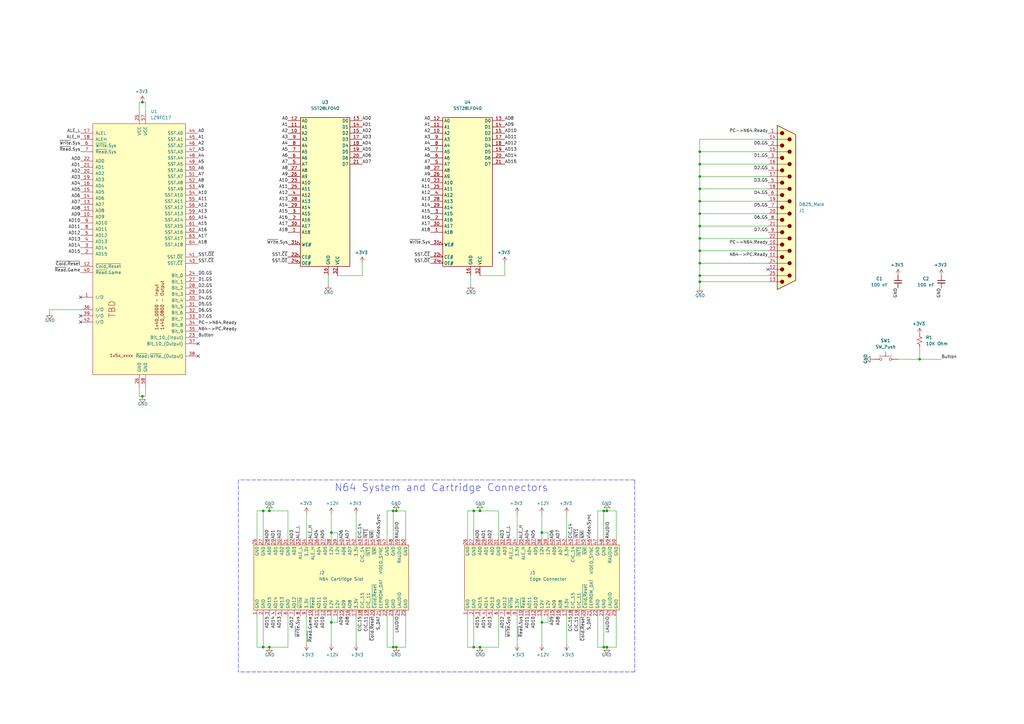
<source format=kicad_sch>
(kicad_sch (version 20250114) (generator "eeschema") (generator_version "9.0")
  (paper "A3")
  (lib_symbols
    (symbol "!Sharkwire:LZ9FC17" (pin_names (offset 1.016))
      (property "Reference" "U12" (at 3.4133 54.61 0))
      (property "Value" "LZ9FC17" (at 3.4133 52.07 0))
      (symbol "LZ9FC17_0_1"
        (rectangle (start -20.32 49.53) (end 17.78 -53.34) (fill (type background)))
      )
      (symbol "LZ9FC17_1_1"
        (text "TBD" (at -12.446 -26.416 900) (effects (font (size 2.54 2.54))))
        (text "1x5x_xxxx" (at -8.636 -45.466 0) (effects (font (size 1.27 1.27))))
        (text "1x40_0000 - Input" (at 5.842 -25.654 900) (effects (font (size 1.27 1.27))))
        (text "1x40_0800 - Output" (at 8.128 -24.892 900) (effects (font (size 1.27 1.27))))
        (pin input line (at -25.4 45.72 0) (length 5.08) (name "ALEL") (number "17"))
        (pin input line (at -25.4 43.18 0) (length 5.08) (name "ALEH") (number "18"))
        (pin input line (at -25.4 40.64 0) (length 5.08) (name "~{Write}.Sys") (number "6"))
        (pin input line (at -25.4 38.1 0) (length 5.08) (name "~{Read}.Sys") (number "7"))
        (pin bidirectional line (at -25.4 34.29 0) (length 5.08) (name "AD0") (number "22"))
        (pin bidirectional line (at -25.4 31.75 0) (length 5.08) (name "AD1") (number "21"))
        (pin bidirectional line (at -25.4 29.21 0) (length 5.08) (name "AD2") (number "20"))
        (pin bidirectional line (at -25.4 26.67 0) (length 5.08) (name "AD3") (number "19"))
        (pin bidirectional line (at -25.4 24.13 0) (length 5.08) (name "AD4") (number "16"))
        (pin bidirectional line (at -25.4 21.59 0) (length 5.08) (name "AD5") (number "15"))
        (pin bidirectional line (at -25.4 19.05 0) (length 5.08) (name "AD6") (number "14"))
        (pin bidirectional line (at -25.4 16.51 0) (length 5.08) (name "AD7") (number "13"))
        (pin bidirectional line (at -25.4 13.97 0) (length 5.08) (name "AD8") (number "11"))
        (pin bidirectional line (at -25.4 11.43 0) (length 5.08) (name "AD9") (number "10"))
        (pin bidirectional line (at -25.4 8.89 0) (length 5.08) (name "AD10") (number "9"))
        (pin bidirectional line (at -25.4 6.35 0) (length 5.08) (name "AD11") (number "8"))
        (pin bidirectional line (at -25.4 3.81 0) (length 5.08) (name "AD12") (number "5"))
        (pin bidirectional line (at -25.4 1.27 0) (length 5.08) (name "AD13") (number "4"))
        (pin bidirectional line (at -25.4 -1.27 0) (length 5.08) (name "AD14") (number "3"))
        (pin bidirectional line (at -25.4 -3.81 0) (length 5.08) (name "AD15") (number "2"))
        (pin input line (at -25.4 -8.89 0) (length 5.08) (name "~{Cold_Reset}") (number "12"))
        (pin output line (at -25.4 -11.43 0) (length 5.08) (name "~{Read}.Game") (number "40"))
        (pin tri_state line (at -25.4 -21.59 0) (length 5.08) (name "I/O") (number "1"))
        (pin tri_state line (at -25.4 -26.67 0) (length 5.08) (name "I/O") (number "36"))
        (pin tri_state line (at -25.4 -29.21 0) (length 5.08) (name "I/O") (number "39"))
        (pin tri_state line (at -25.4 -31.75 0) (length 5.08) (name "I/O") (number "42"))
        (pin power_in line (at -1.27 54.61 270) (length 5.08) (name "VCC") (number "25"))
        (pin power_in line (at -1.27 -58.42 90) (length 5.08) (name "GND") (number "26"))
        (pin power_in line (at 1.27 54.61 270) (length 5.08) (name "VCC") (number "57"))
        (pin tri_state line (at 1.27 -58.42 90) (length 5.08) (name "GND") (number "58"))
        (pin output line (at 22.86 45.72 180) (length 5.08) (name "SST.A0") (number "44"))
        (pin output line (at 22.86 43.18 180) (length 5.08) (name "SST.A1") (number "45"))
        (pin output line (at 22.86 40.64 180) (length 5.08) (name "SST.A2") (number "46"))
        (pin output line (at 22.86 38.1 180) (length 5.08) (name "SST.A3") (number "47"))
        (pin output line (at 22.86 35.56 180) (length 5.08) (name "SST.A4") (number "48"))
        (pin output line (at 22.86 33.02 180) (length 5.08) (name "SST.A5") (number "49"))
        (pin output line (at 22.86 30.48 180) (length 5.08) (name "SST.A6") (number "50"))
        (pin output line (at 22.86 27.94 180) (length 5.08) (name "SST.A7") (number "51"))
        (pin output line (at 22.86 25.4 180) (length 5.08) (name "SST.A8") (number "52"))
        (pin output line (at 22.86 22.86 180) (length 5.08) (name "SST.A9") (number "53"))
        (pin output line (at 22.86 20.32 180) (length 5.08) (name "SST.A10") (number "54"))
        (pin output line (at 22.86 17.78 180) (length 5.08) (name "SST.A11") (number "55"))
        (pin output line (at 22.86 15.24 180) (length 5.08) (name "SST.A12") (number "56"))
        (pin output line (at 22.86 12.7 180) (length 5.08) (name "SST.A13") (number "59"))
        (pin output line (at 22.86 10.16 180) (length 5.08) (name "SST.A14") (number "60"))
        (pin output line (at 22.86 7.62 180) (length 5.08) (name "SST.A15") (number "61"))
        (pin output line (at 22.86 5.08 180) (length 5.08) (name "SST.A16") (number "62"))
        (pin output line (at 22.86 2.54 180) (length 5.08) (name "SST.A17") (number "63"))
        (pin output line (at 22.86 0 180) (length 5.08) (name "SST.A18") (number "64"))
        (pin output line (at 22.86 -5.08 180) (length 5.08) (name "SST.~{OE}") (number "41"))
        (pin output line (at 22.86 -7.62 180) (length 5.08) (name "SST.~{CE}") (number "43"))
        (pin bidirectional line (at 22.86 -12.7 180) (length 5.08) (name "Bit_0") (number "24"))
        (pin bidirectional line (at 22.86 -15.24 180) (length 5.08) (name "Bit_1") (number "27"))
        (pin bidirectional line (at 22.86 -17.78 180) (length 5.08) (name "Bit_2") (number "28"))
        (pin bidirectional line (at 22.86 -20.32 180) (length 5.08) (name "Bit_3") (number "29"))
        (pin bidirectional line (at 22.86 -22.86 180) (length 5.08) (name "Bit_4") (number "30"))
        (pin bidirectional line (at 22.86 -25.4 180) (length 5.08) (name "Bit_5") (number "31"))
        (pin bidirectional line (at 22.86 -27.94 180) (length 5.08) (name "Bit_6") (number "32"))
        (pin bidirectional line (at 22.86 -30.48 180) (length 5.08) (name "Bit_7") (number "33"))
        (pin bidirectional line (at 22.86 -33.02 180) (length 5.08) (name "Bit_8") (number "34"))
        (pin bidirectional line (at 22.86 -35.56 180) (length 5.08) (name "Bit_9") (number "35"))
        (pin input line (at 22.86 -38.1 180) (length 5.08) (name "Bit_10_(Input)") (number "23"))
        (pin output line (at 22.86 -40.64 180) (length 5.08) (name "Bit_10_(Output)") (number "37"))
        (pin output line (at 22.86 -45.72 180) (length 5.08) (name "~{Read}|~{Write}_(Output)") (number "38"))
      )
    )
    (symbol "Connector:DB25_Male" (pin_names (offset 1.016) (hide yes))
      (property "Reference" "J" (at 0 34.29 0))
      (property "Value" "DB25_Male" (at 0 -34.925 0))
      (symbol "DB25_Male_0_1"
        (polyline (pts (xy -3.81 30.48) (xy -2.54 30.48)))
        (polyline (pts (xy -3.81 27.94) (xy 0.508 27.94)))
        (polyline (pts (xy -3.81 25.4) (xy -2.54 25.4)))
        (polyline (pts (xy -3.81 22.86) (xy 0.508 22.86)))
        (polyline (pts (xy -3.81 20.32) (xy -2.54 20.32)))
        (polyline (pts (xy -3.81 17.78) (xy 0.508 17.78)))
        (polyline (pts (xy -3.81 15.24) (xy -2.54 15.24)))
        (polyline (pts (xy -3.81 12.7) (xy 0.508 12.7)))
        (polyline (pts (xy -3.81 10.16) (xy -2.54 10.16)))
        (polyline (pts (xy -3.81 7.62) (xy 0.508 7.62)))
        (polyline (pts (xy -3.81 5.08) (xy -2.54 5.08)))
        (polyline (pts (xy -3.81 2.54) (xy 0.508 2.54)))
        (polyline (pts (xy -3.81 0) (xy -2.54 0)))
        (polyline (pts (xy -3.81 -2.54) (xy 0.508 -2.54)))
        (polyline (pts (xy -3.81 -5.08) (xy -2.54 -5.08)))
        (polyline (pts (xy -3.81 -7.62) (xy 0.508 -7.62)))
        (polyline (pts (xy -3.81 -10.16) (xy -2.54 -10.16)))
        (polyline (pts (xy -3.81 -12.7) (xy 0.508 -12.7)))
        (polyline (pts (xy -3.81 -15.24) (xy -2.54 -15.24)))
        (polyline (pts (xy -3.81 -17.78) (xy 0.508 -17.78)))
        (polyline (pts (xy -3.81 -20.32) (xy -2.54 -20.32)))
        (polyline (pts (xy -3.81 -22.86) (xy 0.508 -22.86)))
        (polyline (pts (xy -3.81 -25.4) (xy -2.54 -25.4)))
        (polyline (pts (xy -3.81 -27.94) (xy 0.508 -27.94)))
        (polyline (pts (xy -3.81 -30.48) (xy -2.54 -30.48)))
        (polyline (pts (xy -3.81 -33.655) (xy 3.81 -29.845) (xy 3.81 29.845) (xy -3.81 33.655) (xy -3.81 -33.655)) (stroke (width 0.254)) (fill (type background)))
        (circle (center -1.778 30.48) (radius 0.762) (fill (type outline)))
        (circle (center -1.778 25.4) (radius 0.762) (fill (type outline)))
        (circle (center -1.778 20.32) (radius 0.762) (fill (type outline)))
        (circle (center -1.778 15.24) (radius 0.762) (fill (type outline)))
        (circle (center -1.778 10.16) (radius 0.762) (fill (type outline)))
        (circle (center -1.778 5.08) (radius 0.762) (fill (type outline)))
        (circle (center -1.778 0) (radius 0.762) (fill (type outline)))
        (circle (center -1.778 -5.08) (radius 0.762) (fill (type outline)))
        (circle (center -1.778 -10.16) (radius 0.762) (fill (type outline)))
        (circle (center -1.778 -15.24) (radius 0.762) (fill (type outline)))
        (circle (center -1.778 -20.32) (radius 0.762) (fill (type outline)))
        (circle (center -1.778 -25.4) (radius 0.762) (fill (type outline)))
        (circle (center -1.778 -30.48) (radius 0.762) (fill (type outline)))
        (circle (center 1.27 27.94) (radius 0.762) (fill (type outline)))
        (circle (center 1.27 22.86) (radius 0.762) (fill (type outline)))
        (circle (center 1.27 17.78) (radius 0.762) (fill (type outline)))
        (circle (center 1.27 12.7) (radius 0.762) (fill (type outline)))
        (circle (center 1.27 7.62) (radius 0.762) (fill (type outline)))
        (circle (center 1.27 2.54) (radius 0.762) (fill (type outline)))
        (circle (center 1.27 -2.54) (radius 0.762) (fill (type outline)))
        (circle (center 1.27 -7.62) (radius 0.762) (fill (type outline)))
        (circle (center 1.27 -12.7) (radius 0.762) (fill (type outline)))
        (circle (center 1.27 -17.78) (radius 0.762) (fill (type outline)))
        (circle (center 1.27 -22.86) (radius 0.762) (fill (type outline)))
        (circle (center 1.27 -27.94) (radius 0.762) (fill (type outline)))
      )
      (symbol "DB25_Male_1_1"
        (pin passive line (at -7.62 30.48 0) (length 3.81) (name "13") (number "13"))
        (pin passive line (at -7.62 27.94 0) (length 3.81) (name "P25") (number "25"))
        (pin passive line (at -7.62 25.4 0) (length 3.81) (name "12") (number "12"))
        (pin passive line (at -7.62 22.86 0) (length 3.81) (name "P24") (number "24"))
        (pin passive line (at -7.62 20.32 0) (length 3.81) (name "11") (number "11"))
        (pin passive line (at -7.62 17.78 0) (length 3.81) (name "P23") (number "23"))
        (pin passive line (at -7.62 15.24 0) (length 3.81) (name "10") (number "10"))
        (pin passive line (at -7.62 12.7 0) (length 3.81) (name "P22") (number "22"))
        (pin passive line (at -7.62 10.16 0) (length 3.81) (name "9") (number "9"))
        (pin passive line (at -7.62 7.62 0) (length 3.81) (name "P21") (number "21"))
        (pin passive line (at -7.62 5.08 0) (length 3.81) (name "8") (number "8"))
        (pin passive line (at -7.62 2.54 0) (length 3.81) (name "P20") (number "20"))
        (pin passive line (at -7.62 0 0) (length 3.81) (name "7") (number "7"))
        (pin passive line (at -7.62 -2.54 0) (length 3.81) (name "P19") (number "19"))
        (pin passive line (at -7.62 -5.08 0) (length 3.81) (name "6") (number "6"))
        (pin passive line (at -7.62 -7.62 0) (length 3.81) (name "P18") (number "18"))
        (pin passive line (at -7.62 -10.16 0) (length 3.81) (name "5") (number "5"))
        (pin passive line (at -7.62 -12.7 0) (length 3.81) (name "P17") (number "17"))
        (pin passive line (at -7.62 -15.24 0) (length 3.81) (name "4") (number "4"))
        (pin passive line (at -7.62 -17.78 0) (length 3.81) (name "P16") (number "16"))
        (pin passive line (at -7.62 -20.32 0) (length 3.81) (name "3") (number "3"))
        (pin passive line (at -7.62 -22.86 0) (length 3.81) (name "P15") (number "15"))
        (pin passive line (at -7.62 -25.4 0) (length 3.81) (name "2") (number "2"))
        (pin passive line (at -7.62 -27.94 0) (length 3.81) (name "P14") (number "14"))
        (pin passive line (at -7.62 -30.48 0) (length 3.81) (name "1") (number "1"))
      )
    )
    (symbol "Custom_Flash:SST28LF040"
      (property "Reference" "U4" (at 0 38.1 0))
      (property "Value" "SST28LF040" (at 0 35.56 0))
      (symbol "SST28LF040_0_1"
        (rectangle (start -10.16 31.75) (end 10.16 -29.21) (stroke (width 0.254)) (fill (type background)))
      )
      (symbol "SST28LF040_1_1"
        (pin input line (at -15.24 30.48 0) (length 5.08) (name "A0") (number "12"))
        (pin input line (at -15.24 27.94 0) (length 5.08) (name "A1") (number "11"))
        (pin input line (at -15.24 25.4 0) (length 5.08) (name "A2") (number "10"))
        (pin input line (at -15.24 22.86 0) (length 5.08) (name "A3") (number "9"))
        (pin input line (at -15.24 20.32 0) (length 5.08) (name "A4") (number "8"))
        (pin input line (at -15.24 17.78 0) (length 5.08) (name "A5") (number "7"))
        (pin input line (at -15.24 15.24 0) (length 5.08) (name "A6") (number "6"))
        (pin input line (at -15.24 12.7 0) (length 5.08) (name "A7") (number "5"))
        (pin input line (at -15.24 10.16 0) (length 5.08) (name "A8") (number "27"))
        (pin input line (at -15.24 7.62 0) (length 5.08) (name "A9") (number "26"))
        (pin input line (at -15.24 5.08 0) (length 5.08) (name "A10") (number "23"))
        (pin input line (at -15.24 2.54 0) (length 5.08) (name "A11") (number "25"))
        (pin input line (at -15.24 0 0) (length 5.08) (name "A12") (number "4"))
        (pin input line (at -15.24 -2.54 0) (length 5.08) (name "A13") (number "28"))
        (pin input line (at -15.24 -5.08 0) (length 5.08) (name "A14") (number "29"))
        (pin input line (at -15.24 -7.62 0) (length 5.08) (name "A15") (number "3"))
        (pin input line (at -15.24 -10.16 0) (length 5.08) (name "A16") (number "2"))
        (pin input line (at -15.24 -12.7 0) (length 5.08) (name "A17") (number "30"))
        (pin input line (at -15.24 -15.24 0) (length 5.08) (name "A18") (number "1"))
        (pin input input_low (at -15.24 -20.32 0) (length 5.08) (name "WE#") (number "31"))
        (pin input input_low (at -15.24 -25.4 0) (length 5.08) (name "CE#") (number "22"))
        (pin input input_low (at -15.24 -27.94 0) (length 5.08) (name "OE#") (number "24"))
        (pin power_in line (at 1.27 -33.02 90) (length 3.81) (name "GND") (number "16"))
        (pin power_in line (at 5.08 -33.02 90) (length 3.81) (name "VCC") (number "32"))
        (pin tri_state line (at 15.24 30.48 180) (length 5.08) (name "D0") (number "13"))
        (pin tri_state line (at 15.24 27.94 180) (length 5.08) (name "D1") (number "14"))
        (pin tri_state line (at 15.24 25.4 180) (length 5.08) (name "D2") (number "15"))
        (pin tri_state line (at 15.24 22.86 180) (length 5.08) (name "D3") (number "17"))
        (pin tri_state line (at 15.24 20.32 180) (length 5.08) (name "D4") (number "18"))
        (pin tri_state line (at 15.24 17.78 180) (length 5.08) (name "D5") (number "19"))
        (pin tri_state line (at 15.24 15.24 180) (length 5.08) (name "D6") (number "20"))
        (pin tri_state line (at 15.24 12.7 180) (length 5.08) (name "D7") (number "21"))
      )
    )
    (symbol "Device:C_Small" (pin_numbers (hide yes)) (pin_names (offset 0.254) (hide yes))
      (property "Reference" "C" (at 0.254 1.778 0))
      (property "Value" "C_Small" (at 0.254 -2.032 0))
      (symbol "C_Small_0_1"
        (polyline (pts (xy -1.524 0.508) (xy 1.524 0.508)) (stroke (width 0.3048)))
        (polyline (pts (xy -1.524 -0.508) (xy 1.524 -0.508)) (stroke (width 0.3302)))
      )
      (symbol "C_Small_1_1"
        (pin passive line (at 0 2.54 270) (length 2.032) (name "~") (number "1"))
        (pin passive line (at 0 -2.54 90) (length 2.032) (name "~") (number "2"))
      )
    )
    (symbol "Device:R_Small_US" (pin_numbers (hide yes)) (pin_names (offset 0.254) (hide yes))
      (property "Reference" "R" (at 0.762 0.508 0))
      (property "Value" "R_Small_US" (at 0.762 -1.016 0))
      (symbol "R_Small_US_1_1"
        (polyline (pts (xy 0 1.524) (xy 1.016 1.143) (xy 0 0.762) (xy -1.016 0.381) (xy 0 0)))
        (polyline (pts (xy 0 0) (xy 1.016 -0.381) (xy 0 -0.762) (xy -1.016 -1.143) (xy 0 -1.524)))
        (pin passive line (at 0 2.54 270) (length 1.016) (name "~") (number "1"))
        (pin passive line (at 0 -2.54 90) (length 1.016) (name "~") (number "2"))
      )
    )
    (symbol "Edge_Connector_1"
      (property "Reference" "J2" (at -6.35 2.54 0))
      (property "Value" "N64 Cartridge Slot" (at -6.35 0 0))
      (symbol "Edge_Connector_1_1_1"
        (rectangle (start -33.02 13.97) (end 30.48 -12.7) (fill (type background)))
        (pin power_out line (at -31.75 16.51 270) (length 2.54) (name "GND") (number "26"))
        (pin power_out line (at -31.75 -15.24 90) (length 2.54) (name "GND") (number "1"))
        (pin power_out line (at -29.21 16.51 270) (length 2.54) (name "GND") (number "27"))
        (pin power_out line (at -29.21 -15.24 90) (length 2.54) (name "GND") (number "2"))
        (pin bidirectional line (at -26.67 16.51 270) (length 2.54) (name "AD0") (number "28"))
        (pin bidirectional line (at -26.67 -15.24 90) (length 2.54) (name "AD15") (number "3"))
        (pin bidirectional line (at -24.13 16.51 270) (length 2.54) (name "AD1") (number "29"))
        (pin bidirectional line (at -24.13 -15.24 90) (length 2.54) (name "AD14") (number "4"))
        (pin bidirectional line (at -21.59 16.51 270) (length 2.54) (name "AD2") (number "30"))
        (pin bidirectional line (at -21.59 -15.24 90) (length 2.54) (name "AD13") (number "5"))
        (pin power_out line (at -19.05 16.51 270) (length 2.54) (name "GND") (number "31"))
        (pin power_out line (at -19.05 -15.24 90) (length 2.54) (name "GND") (number "6"))
        (pin bidirectional line (at -16.51 16.51 270) (length 2.54) (name "AD3") (number "32"))
        (pin bidirectional line (at -16.51 -15.24 90) (length 2.54) (name "AD12") (number "7"))
        (pin output line (at -13.97 16.51 270) (length 2.54) (name "ALE_L") (number "33"))
        (pin output line (at -13.97 -15.24 90) (length 2.54) (name "~{Write}") (number "8"))
        (pin power_out line (at -11.43 16.51 270) (length 2.54) (name "3.3V") (number "34"))
        (pin power_out line (at -11.43 -15.24 90) (length 2.54) (name "3.3V") (number "9"))
        (pin output line (at -8.89 16.51 270) (length 2.54) (name "ALE_H") (number "35"))
        (pin output line (at -8.89 -15.24 90) (length 2.54) (name "~{Read}") (number "10"))
        (pin bidirectional line (at -6.35 16.51 270) (length 2.54) (name "AD4") (number "36"))
        (pin bidirectional line (at -6.35 -15.24 90) (length 2.54) (name "AD11") (number "11"))
        (pin bidirectional line (at -3.81 16.51 270) (length 2.54) (name "AD5") (number "37"))
        (pin bidirectional line (at -3.81 -15.24 90) (length 2.54) (name "AD10") (number "12"))
        (pin power_out line (at -1.27 16.51 270) (length 2.54) (name "12V") (number "38"))
        (pin power_out line (at -1.27 -15.24 90) (length 2.54) (name "12V") (number "13"))
        (pin power_out line (at 1.27 16.51 270) (length 2.54) (name "12V") (number "39"))
        (pin power_out line (at 1.27 -15.24 90) (length 2.54) (name "12V") (number "14"))
        (pin bidirectional line (at 3.81 16.51 270) (length 2.54) (name "AD6") (number "40"))
        (pin bidirectional line (at 3.81 -15.24 90) (length 2.54) (name "AD9") (number "15"))
        (pin bidirectional line (at 6.35 16.51 270) (length 2.54) (name "AD7") (number "41"))
        (pin bidirectional line (at 6.35 -15.24 90) (length 2.54) (name "AD8") (number "16"))
        (pin bidirectional line (at 8.89 16.51 270) (length 2.54) (name "3.3V") (number "42"))
        (pin power_out line (at 8.89 -15.24 90) (length 2.54) (name "3.3V") (number "17"))
        (pin bidirectional line (at 11.43 16.51 270) (length 2.54) (name "CIC_14") (number "43"))
        (pin bidirectional line (at 11.43 -15.24 90) (length 2.54) (name "CIC_15") (number "18"))
        (pin bidirectional line (at 13.97 16.51 270) (length 2.54) (name "~{INT1}") (number "44"))
        (pin bidirectional line (at 13.97 -15.24 90) (length 2.54) (name "CIC_11") (number "19"))
        (pin bidirectional line (at 16.51 16.51 270) (length 2.54) (name "~{NMI}") (number "45"))
        (pin bidirectional line (at 16.51 -15.24 90) (length 2.54) (name "~{Cold.Reset}") (number "20"))
        (pin bidirectional line (at 19.05 16.51 270) (length 2.54) (name "VIDEO_SYNC") (number "46"))
        (pin bidirectional line (at 19.05 -15.24 90) (length 2.54) (name "EEPROM_DAT") (number "21"))
        (pin power_out line (at 21.59 16.51 270) (length 2.54) (name "GND") (number "47"))
        (pin power_out line (at 21.59 -15.24 90) (length 2.54) (name "GND") (number "22"))
        (pin power_out line (at 24.13 16.51 270) (length 2.54) (name "GND") (number "48"))
        (pin power_out line (at 24.13 -15.24 90) (length 2.54) (name "GND") (number "23"))
        (pin bidirectional line (at 26.67 16.51 270) (length 2.54) (name "RAUDIO") (number "49"))
        (pin bidirectional line (at 26.67 -15.24 90) (length 2.54) (name "LAUDIO") (number "24"))
        (pin power_out line (at 29.21 16.51 270) (length 2.54) (name "GND") (number "50"))
        (pin power_out line (at 29.21 -15.24 90) (length 2.54) (name "GND") (number "25"))
      )
    )
    (symbol "SST28LF040_1"
      (property "Reference" "U3" (at 0 38.1 0))
      (property "Value" "SST28LF040" (at 0 35.56 0))
      (symbol "SST28LF040_1_0_1"
        (rectangle (start -10.16 31.75) (end 10.16 -29.21) (stroke (width 0.254)) (fill (type background)))
      )
      (symbol "SST28LF040_1_1_1"
        (pin input line (at -15.24 30.48 0) (length 5.08) (name "A0") (number "12"))
        (pin input line (at -15.24 27.94 0) (length 5.08) (name "A1") (number "11"))
        (pin input line (at -15.24 25.4 0) (length 5.08) (name "A2") (number "10"))
        (pin input line (at -15.24 22.86 0) (length 5.08) (name "A3") (number "9"))
        (pin input line (at -15.24 20.32 0) (length 5.08) (name "A4") (number "8"))
        (pin input line (at -15.24 17.78 0) (length 5.08) (name "A5") (number "7"))
        (pin input line (at -15.24 15.24 0) (length 5.08) (name "A6") (number "6"))
        (pin input line (at -15.24 12.7 0) (length 5.08) (name "A7") (number "5"))
        (pin input line (at -15.24 10.16 0) (length 5.08) (name "A8") (number "27"))
        (pin input line (at -15.24 7.62 0) (length 5.08) (name "A9") (number "26"))
        (pin input line (at -15.24 5.08 0) (length 5.08) (name "A10") (number "23"))
        (pin input line (at -15.24 2.54 0) (length 5.08) (name "A11") (number "25"))
        (pin input line (at -15.24 0 0) (length 5.08) (name "A12") (number "4"))
        (pin input line (at -15.24 -2.54 0) (length 5.08) (name "A13") (number "28"))
        (pin input line (at -15.24 -5.08 0) (length 5.08) (name "A14") (number "29"))
        (pin input line (at -15.24 -7.62 0) (length 5.08) (name "A15") (number "3"))
        (pin input line (at -15.24 -10.16 0) (length 5.08) (name "A16") (number "2"))
        (pin input line (at -15.24 -12.7 0) (length 5.08) (name "A17") (number "30"))
        (pin input line (at -15.24 -15.24 0) (length 5.08) (name "A18") (number "1"))
        (pin input input_low (at -15.24 -20.32 0) (length 5.08) (name "WE#") (number "31"))
        (pin input input_low (at -15.24 -25.4 0) (length 5.08) (name "CE#") (number "22"))
        (pin input input_low (at -15.24 -27.94 0) (length 5.08) (name "OE#") (number "24"))
        (pin power_in line (at 1.27 -33.02 90) (length 3.81) (name "GND") (number "16"))
        (pin power_in line (at 5.08 -33.02 90) (length 3.81) (name "VCC") (number "32"))
        (pin tri_state line (at 15.24 30.48 180) (length 5.08) (name "D0") (number "13"))
        (pin tri_state line (at 15.24 27.94 180) (length 5.08) (name "D1") (number "14"))
        (pin tri_state line (at 15.24 25.4 180) (length 5.08) (name "D2") (number "15"))
        (pin tri_state line (at 15.24 22.86 180) (length 5.08) (name "D3") (number "17"))
        (pin tri_state line (at 15.24 20.32 180) (length 5.08) (name "D4") (number "18"))
        (pin tri_state line (at 15.24 17.78 180) (length 5.08) (name "D5") (number "19"))
        (pin tri_state line (at 15.24 15.24 180) (length 5.08) (name "D6") (number "20"))
        (pin tri_state line (at 15.24 12.7 180) (length 5.08) (name "D7") (number "21"))
      )
    )
    (symbol "Switch:SW_Push" (pin_numbers (hide yes)) (pin_names (offset 1.016) (hide yes))
      (property "Reference" "SW" (at 1.27 2.54 0))
      (property "Value" "SW_Push" (at 0 -1.524 0))
      (symbol "SW_Push_0_1"
        (circle (center -2.032 0) (radius 0.508))
        (polyline (pts (xy 0 1.27) (xy 0 3.048)))
        (circle (center 2.032 0) (radius 0.508))
        (polyline (pts (xy 2.54 1.27) (xy -2.54 1.27)))
        (pin passive line (at -5.08 0 0) (length 2.54) (name "1") (number "1"))
        (pin passive line (at 5.08 0 180) (length 2.54) (name "2") (number "2"))
      )
    )
    (symbol "power:+3V3" (power) (pin_names (offset 0))
      (property "Value" "+3V3" (at 0 3.556 0))
      (symbol "+3V3_0_1"
        (polyline (pts (xy -0.762 1.27) (xy 0 2.54)))
        (polyline (pts (xy 0 2.54) (xy 0.762 1.27)))
        (polyline (pts (xy 0 0) (xy 0 2.54)))
      )
      (symbol "+3V3_1_1"
        (pin power_in line (at 0 0 90) (length 0) (hide yes) (name "+3V3") (number "1"))
      )
    )
    (symbol "power:GND" (power) (pin_names (offset 0))
      (property "Value" "GND" (at 0 -3.81 0))
      (symbol "GND_0_1"
        (polyline (pts (xy 0 0) (xy 0 -1.27) (xy 1.27 -1.27) (xy 0 -2.54) (xy -1.27 -1.27) (xy 0 -1.27)))
      )
      (symbol "GND_1_1"
        (pin power_in line (at 0 0 270) (length 0) (hide yes) (name "GND") (number "1"))
      )
    )
  )
  (text "N64 System and Cartridge Connectors" (at 137.16 201.93 0) (effects (font (size 2.9972 2.9972)) (justify left bottom)))
  (junction (at 194.31 209.55))
  (junction (at 110.49 209.55))
  (junction (at 287.02 62.23))
  (junction (at 58.42 162.56))
  (junction (at 222.25 218.44))
  (junction (at 58.42 41.91))
  (junction (at 135.89 218.44))
  (junction (at 287.02 107.95))
  (junction (at 287.02 113.03))
  (junction (at 135.89 255.27))
  (junction (at 247.65 265.43))
  (junction (at 247.65 209.55))
  (junction (at 287.02 77.47))
  (junction (at 287.02 87.63))
  (junction (at 287.02 115.57))
  (junction (at 196.85 265.43))
  (junction (at 287.02 102.87))
  (junction (at 248.92 265.43))
  (junction (at 287.02 97.79))
  (junction (at 248.92 209.55))
  (junction (at 161.29 209.55))
  (junction (at 162.56 265.43))
  (junction (at 110.49 265.43))
  (junction (at 107.95 209.55))
  (junction (at 287.02 92.71))
  (junction (at 377.19 147.32))
  (junction (at 287.02 72.39))
  (junction (at 107.95 265.43))
  (junction (at 162.56 209.55))
  (junction (at 196.85 209.55))
  (junction (at 287.02 67.31))
  (junction (at 194.31 265.43))
  (junction (at 222.25 255.27))
  (junction (at 287.02 82.55))
  (junction (at 161.29 265.43))
  (no_connect (at 81.28 140.97))
  (no_connect (at 33.02 132.08))
  (no_connect (at 33.02 129.54))
  (no_connect (at 314.96 110.49))
  (no_connect (at 81.28 146.05))
  (no_connect (at 33.02 121.92))
  (wire (pts (xy 110.49 265.43) (xy 118.11 265.43)))
  (wire (pts (xy 314.96 87.63) (xy 287.02 87.63)))
  (wire (pts (xy 161.29 209.55) (xy 162.56 209.55)))
  (wire (pts (xy 212.09 220.98) (xy 212.09 210.82)))
  (wire (pts (xy 287.02 77.47) (xy 314.96 77.47)))
  (wire (pts (xy 134.62 113.03) (xy 134.62 116.84)))
  (wire (pts (xy 287.02 72.39) (xy 287.02 77.47)))
  (wire (pts (xy 377.19 147.32) (xy 368.3 147.32)))
  (wire (pts (xy 287.02 115.57) (xy 314.96 115.57)))
  (wire (pts (xy 135.89 218.44) (xy 135.89 210.82)))
  (wire (pts (xy 287.02 67.31) (xy 314.96 67.31)))
  (wire (pts (xy 314.96 62.23) (xy 287.02 62.23)))
  (wire (pts (xy 158.75 220.98) (xy 158.75 209.55)))
  (wire (pts (xy 105.41 209.55) (xy 105.41 220.98)))
  (wire (pts (xy 148.59 107.95) (xy 148.59 113.03)))
  (wire (pts (xy 287.02 97.79) (xy 287.02 102.87)))
  (wire (pts (xy 252.73 220.98) (xy 252.73 209.55)))
  (wire (pts (xy 247.65 265.43) (xy 248.92 265.43)))
  (wire (pts (xy 232.41 210.82) (xy 232.41 220.98)))
  (polyline (pts (xy 260.35 275.59) (xy 97.79 275.59)) (stroke (width 0) (type dash)))
  (wire (pts (xy 287.02 113.03) (xy 287.02 115.57)))
  (wire (pts (xy 287.02 72.39) (xy 314.96 72.39)))
  (wire (pts (xy 166.37 220.98) (xy 166.37 209.55)))
  (wire (pts (xy 105.41 265.43) (xy 105.41 252.73)))
  (wire (pts (xy 107.95 209.55) (xy 107.95 220.98)))
  (wire (pts (xy 57.15 158.75) (xy 57.15 162.56)))
  (wire (pts (xy 287.02 92.71) (xy 314.96 92.71)))
  (wire (pts (xy 110.49 209.55) (xy 118.11 209.55)))
  (wire (pts (xy 287.02 113.03) (xy 314.96 113.03)))
  (wire (pts (xy 59.69 41.91) (xy 58.42 41.91)))
  (wire (pts (xy 194.31 209.55) (xy 196.85 209.55)))
  (wire (pts (xy 146.05 252.73) (xy 146.05 264.16)))
  (wire (pts (xy 222.25 218.44) (xy 222.25 210.82)))
  (wire (pts (xy 193.04 113.03) (xy 193.04 116.84)))
  (wire (pts (xy 20.32 128.27) (xy 20.32 127)))
  (wire (pts (xy 191.77 265.43) (xy 194.31 265.43)))
  (wire (pts (xy 59.69 45.72) (xy 59.69 41.91)))
  (wire (pts (xy 57.15 45.72) (xy 57.15 41.91)))
  (wire (pts (xy 161.29 265.43) (xy 162.56 265.43)))
  (wire (pts (xy 245.11 220.98) (xy 245.11 209.55)))
  (wire (pts (xy 222.25 252.73) (xy 222.25 255.27)))
  (wire (pts (xy 135.89 220.98) (xy 135.89 218.44)))
  (wire (pts (xy 138.43 218.44) (xy 135.89 218.44)))
  (wire (pts (xy 135.89 252.73) (xy 135.89 255.27)))
  (wire (pts (xy 138.43 252.73) (xy 138.43 255.27)))
  (wire (pts (xy 247.65 209.55) (xy 248.92 209.55)))
  (wire (pts (xy 287.02 82.55) (xy 287.02 87.63)))
  (wire (pts (xy 196.85 209.55) (xy 204.47 209.55)))
  (wire (pts (xy 148.59 113.03) (xy 138.43 113.03)))
  (wire (pts (xy 252.73 252.73) (xy 252.73 265.43)))
  (wire (pts (xy 161.29 252.73) (xy 161.29 265.43)))
  (wire (pts (xy 222.25 220.98) (xy 222.25 218.44)))
  (wire (pts (xy 287.02 107.95) (xy 314.96 107.95)))
  (wire (pts (xy 245.11 265.43) (xy 247.65 265.43)))
  (wire (pts (xy 161.29 220.98) (xy 161.29 209.55)))
  (wire (pts (xy 287.02 62.23) (xy 287.02 67.31)))
  (wire (pts (xy 247.65 220.98) (xy 247.65 209.55)))
  (wire (pts (xy 224.79 218.44) (xy 222.25 218.44)))
  (polyline (pts (xy 97.79 196.85) (xy 97.79 275.59)) (stroke (width 0) (type dash)))
  (wire (pts (xy 287.02 102.87) (xy 287.02 107.95)))
  (wire (pts (xy 59.69 162.56) (xy 58.42 162.56)))
  (wire (pts (xy 105.41 209.55) (xy 107.95 209.55)))
  (wire (pts (xy 194.31 252.73) (xy 194.31 265.43)))
  (wire (pts (xy 287.02 57.15) (xy 287.02 62.23)))
  (wire (pts (xy 207.01 113.03) (xy 196.85 113.03)))
  (wire (pts (xy 287.02 82.55) (xy 314.96 82.55)))
  (wire (pts (xy 57.15 162.56) (xy 58.42 162.56)))
  (wire (pts (xy 146.05 210.82) (xy 146.05 220.98)))
  (wire (pts (xy 287.02 97.79) (xy 314.96 97.79)))
  (wire (pts (xy 248.92 265.43) (xy 252.73 265.43)))
  (wire (pts (xy 287.02 67.31) (xy 287.02 72.39)))
  (wire (pts (xy 118.11 265.43) (xy 118.11 252.73)))
  (wire (pts (xy 245.11 252.73) (xy 245.11 265.43)))
  (wire (pts (xy 232.41 252.73) (xy 232.41 264.16)))
  (wire (pts (xy 158.75 209.55) (xy 161.29 209.55)))
  (wire (pts (xy 194.31 209.55) (xy 194.31 220.98)))
  (wire (pts (xy 194.31 265.43) (xy 196.85 265.43)))
  (wire (pts (xy 138.43 220.98) (xy 138.43 218.44)))
  (wire (pts (xy 166.37 252.73) (xy 166.37 265.43)))
  (wire (pts (xy 105.41 265.43) (xy 107.95 265.43)))
  (wire (pts (xy 204.47 209.55) (xy 204.47 220.98)))
  (wire (pts (xy 287.02 87.63) (xy 287.02 92.71)))
  (wire (pts (xy 287.02 107.95) (xy 287.02 113.03)))
  (wire (pts (xy 125.73 252.73) (xy 125.73 264.16)))
  (wire (pts (xy 138.43 255.27) (xy 135.89 255.27)))
  (wire (pts (xy 20.32 127) (xy 33.02 127)))
  (wire (pts (xy 386.08 147.32) (xy 377.19 147.32)))
  (wire (pts (xy 118.11 209.55) (xy 118.11 220.98)))
  (wire (pts (xy 107.95 209.55) (xy 110.49 209.55)))
  (wire (pts (xy 287.02 118.11) (xy 287.02 115.57)))
  (wire (pts (xy 248.92 209.55) (xy 252.73 209.55)))
  (wire (pts (xy 191.77 209.55) (xy 194.31 209.55)))
  (wire (pts (xy 377.19 142.24) (xy 377.19 147.32)))
  (wire (pts (xy 191.77 265.43) (xy 191.77 252.73)))
  (wire (pts (xy 287.02 92.71) (xy 287.02 97.79)))
  (wire (pts (xy 162.56 265.43) (xy 166.37 265.43)))
  (wire (pts (xy 162.56 209.55) (xy 166.37 209.55)))
  (wire (pts (xy 287.02 102.87) (xy 314.96 102.87)))
  (wire (pts (xy 224.79 255.27) (xy 222.25 255.27)))
  (wire (pts (xy 196.85 265.43) (xy 204.47 265.43)))
  (wire (pts (xy 287.02 77.47) (xy 287.02 82.55)))
  (wire (pts (xy 314.96 57.15) (xy 287.02 57.15)))
  (polyline (pts (xy 260.35 196.85) (xy 260.35 275.59)) (stroke (width 0) (type dash)))
  (wire (pts (xy 212.09 252.73) (xy 212.09 264.16)))
  (wire (pts (xy 158.75 252.73) (xy 158.75 265.43)))
  (wire (pts (xy 207.01 107.95) (xy 207.01 113.03)))
  (wire (pts (xy 158.75 265.43) (xy 161.29 265.43)))
  (wire (pts (xy 191.77 209.55) (xy 191.77 220.98)))
  (wire (pts (xy 222.25 255.27) (xy 222.25 264.16)))
  (wire (pts (xy 245.11 209.55) (xy 247.65 209.55)))
  (wire (pts (xy 125.73 220.98) (xy 125.73 210.82)))
  (wire (pts (xy 247.65 252.73) (xy 247.65 265.43)))
  (wire (pts (xy 107.95 265.43) (xy 110.49 265.43)))
  (wire (pts (xy 204.47 265.43) (xy 204.47 252.73)))
  (wire (pts (xy 224.79 252.73) (xy 224.79 255.27)))
  (wire (pts (xy 57.15 41.91) (xy 58.42 41.91)))
  (wire (pts (xy 59.69 158.75) (xy 59.69 162.56)))
  (polyline (pts (xy 260.35 196.85) (xy 97.79 196.85)) (stroke (width 0) (type dash)))
  (wire (pts (xy 107.95 252.73) (xy 107.95 265.43)))
  (wire (pts (xy 224.79 220.98) (xy 224.79 218.44)))
  (wire (pts (xy 135.89 255.27) (xy 135.89 264.16)))
  (label "AD14" (at 207.01 64.77 0))
  (label "AD11" (at 217.17 252.73 270))
  (label "D1.GS" (at 314.96 64.77 180))
  (label "AD10" (at 219.71 252.73 270))
  (label "D5.GS" (at 81.28 125.73 0))
  (label "A8" (at 81.28 74.93 0))
  (label "AD10" (at 33.02 91.44 180))
  (label "ALE_L" (at 33.02 54.61 180))
  (label "A8" (at 176.53 69.85 180))
  (label "AD7" (at 229.87 220.98 90))
  (label "AD6" (at 33.02 81.28 180))
  (label "AD8" (at 143.51 252.73 270))
  (label "~{Write}.Sys" (at 123.19 252.73 270))
  (label "AD1" (at 199.39 220.98 90))
  (label "A4" (at 118.11 59.69 180))
  (label "AD11" (at 207.01 57.15 0))
  (label "D2.GS" (at 81.28 118.11 0))
  (label "~{Cold.Reset}" (at 33.02 109.22 180))
  (label "D1.GS" (at 81.28 115.57 0))
  (label "~{Cold.Reset}" (at 240.03 252.73 270))
  (label "AD10" (at 207.01 54.61 0))
  (label "~{Cold.Reset}" (at 153.67 252.73 270))
  (label "D0.GS" (at 81.28 113.03 0))
  (label "CIC.11" (at 237.49 252.73 270))
  (label "SST.~{OE}" (at 81.28 105.41 0))
  (label "A12" (at 176.53 80.01 180))
  (label "A6" (at 81.28 69.85 0))
  (label "A16" (at 118.11 90.17 180))
  (label "N64->PC.Ready" (at 314.96 105.41 180))
  (label "AD9" (at 140.97 252.73 270))
  (label "AD7" (at 33.02 83.82 180))
  (label "A14" (at 81.28 90.17 0))
  (label "AD10" (at 133.35 252.73 270))
  (label "LAUDIO" (at 163.83 252.73 270))
  (label "D0.GS" (at 314.96 59.69 180))
  (label "A7" (at 176.53 67.31 180))
  (label "AD13" (at 33.02 99.06 180))
  (label "GND" (at 368.3 118.11 270))
  (label "AD4" (at 33.02 76.2 180))
  (label "~{Read}.Game" (at 33.02 111.76 180))
  (label "A5" (at 81.28 67.31 0))
  (label "A18" (at 118.11 95.25 180))
  (label "A1" (at 176.53 52.07 180))
  (label "A15" (at 176.53 87.63 180))
  (label "AD15" (at 207.01 67.31 0))
  (label "Button" (at 81.28 138.43 0))
  (label "AD9" (at 207.01 52.07 0))
  (label "AD0" (at 196.85 220.98 90))
  (label "A10" (at 81.28 80.01 0))
  (label "D2.GS" (at 314.96 69.85 180))
  (label "AD13" (at 207.01 62.23 0))
  (label "~{Write}.Sys" (at 176.53 100.33 180))
  (label "AD0" (at 148.59 49.53 0))
  (label "AD13" (at 115.57 252.73 270))
  (label "~{Read}.Sys" (at 214.63 252.73 270))
  (label "A7" (at 118.11 67.31 180))
  (label "ALE_L" (at 209.55 220.98 90))
  (label "AD2" (at 201.93 220.98 90))
  (label "~{NMI}" (at 153.67 220.98 90))
  (label "CIC.11" (at 151.13 252.73 270))
  (label "A16" (at 176.53 90.17 180))
  (label "CIC.15" (at 234.95 252.73 270))
  (label "AD8" (at 207.01 49.53 0))
  (label "CIC.14" (at 148.59 220.98 90))
  (label "AD1" (at 33.02 68.58 180))
  (label "AD6" (at 140.97 220.98 90))
  (label "Video.Sync" (at 242.57 220.98 90))
  (label "AD3" (at 33.02 73.66 180))
  (label "A3" (at 81.28 62.23 0))
  (label "D7.GS" (at 81.28 130.81 0))
  (label "S_DAT" (at 156.21 252.73 270))
  (label "D4.GS" (at 314.96 80.01 180))
  (label "A17" (at 118.11 92.71 180))
  (label "D3.GS" (at 314.96 74.93 180))
  (label "SST.~{CE}" (at 176.53 105.41 180))
  (label "AD4" (at 217.17 220.98 90))
  (label "A14" (at 176.53 85.09 180))
  (label "~{INT1}" (at 151.13 220.98 90))
  (label "Video.Sync" (at 156.21 220.98 90))
  (label "AD12" (at 207.01 59.69 0))
  (label "AD14" (at 33.02 101.6 180))
  (label "AD1" (at 113.03 220.98 90))
  (label "D5.GS" (at 314.96 85.09 180))
  (label "A18" (at 81.28 100.33 0))
  (label "N64->PC.Ready" (at 81.28 135.89 0))
  (label "RAUDIO" (at 250.19 220.98 90))
  (label "PC->N64.Ready" (at 314.96 54.61 180))
  (label "A0" (at 176.53 49.53 180))
  (label "D6.GS" (at 81.28 128.27 0))
  (label "~{Read}.Game" (at 128.27 252.73 270))
  (label "~{Write}.Sys" (at 209.55 252.73 270))
  (label "GND" (at 386.08 118.11 270))
  (label "AD15" (at 33.02 104.14 180))
  (label "AD9" (at 227.33 252.73 270))
  (label "SST.~{OE}" (at 118.11 107.95 180))
  (label "SST.~{CE}" (at 81.28 107.95 0))
  (label "PC->N64.Ready" (at 314.96 100.33 180))
  (label "AD5" (at 148.59 62.23 0))
  (label "CIC.14" (at 234.95 220.98 90))
  (label "ALE_H" (at 214.63 220.98 90))
  (label "AD11" (at 33.02 93.98 180))
  (label "A4" (at 81.28 64.77 0))
  (label "AD14" (at 199.39 252.73 270))
  (label "AD2" (at 148.59 54.61 0))
  (label "SST.~{CE}" (at 118.11 105.41 180))
  (label "LAUDIO" (at 250.19 252.73 270))
  (label "AD12" (at 207.01 252.73 270))
  (label "A12" (at 118.11 80.01 180))
  (label "A2" (at 176.53 54.61 180))
  (label "A11" (at 118.11 77.47 180))
  (label "D4.GS" (at 81.28 123.19 0))
  (label "D6.GS" (at 314.96 90.17 180))
  (label "AD6" (at 148.59 64.77 0))
  (label "A5" (at 176.53 62.23 180))
  (label "A11" (at 81.28 82.55 0))
  (label "A10" (at 176.53 74.93 180))
  (label "ALE_L" (at 123.19 220.98 90))
  (label "A17" (at 81.28 97.79 0))
  (label "AD12" (at 33.02 96.52 180))
  (label "ALE_H" (at 128.27 220.98 90))
  (label "A2" (at 81.28 59.69 0))
  (label "A3" (at 176.53 57.15 180))
  (label "AD5" (at 133.35 220.98 90))
  (label "A1" (at 81.28 57.15 0))
  (label "A8" (at 118.11 69.85 180))
  (label "A0" (at 118.11 49.53 180))
  (label "AD9" (at 33.02 88.9 180))
  (label "A15" (at 118.11 87.63 180))
  (label "A13" (at 118.11 82.55 180))
  (label "AD14" (at 113.03 252.73 270))
  (label "AD6" (at 227.33 220.98 90))
  (label "A10" (at 118.11 74.93 180))
  (label "PC->N64.Ready" (at 81.28 133.35 0))
  (label "A13" (at 176.53 82.55 180))
  (label "AD7" (at 148.59 67.31 0))
  (label "~{Read}.Sys" (at 33.02 62.23 180))
  (label "A13" (at 81.28 87.63 0))
  (label "A16" (at 81.28 95.25 0))
  (label "D3.GS" (at 81.28 120.65 0))
  (label "A5" (at 118.11 62.23 180))
  (label "AD13" (at 201.93 252.73 270))
  (label "AD8" (at 33.02 86.36 180))
  (label "AD8" (at 229.87 252.73 270))
  (label "AD4" (at 148.59 59.69 0))
  (label "AD5" (at 219.71 220.98 90))
  (label "A9" (at 81.28 77.47 0))
  (label "A0" (at 81.28 54.61 0))
  (label "A15" (at 81.28 92.71 0))
  (label "SST.~{OE}" (at 176.53 107.95 180))
  (label "AD0" (at 33.02 66.04 180))
  (label "AD2" (at 115.57 220.98 90))
  (label "~{Write}.Sys" (at 33.02 59.69 180))
  (label "AD11" (at 130.81 252.73 270))
  (label "AD15" (at 110.49 252.73 270))
  (label "AD3" (at 120.65 220.98 90))
  (label "AD12" (at 120.65 252.73 270))
  (label "A11" (at 176.53 77.47 180))
  (label "AD5" (at 33.02 78.74 180))
  (label "~{Write}.Sys" (at 118.11 100.33 180))
  (label "AD2" (at 33.02 71.12 180))
  (label "A17" (at 176.53 92.71 180))
  (label "A9" (at 118.11 72.39 180))
  (label "S_DAT" (at 242.57 252.73 270))
  (label "A14" (at 118.11 85.09 180))
  (label "AD0" (at 110.49 220.98 90))
  (label "AD3" (at 148.59 57.15 0))
  (label "A6" (at 118.11 64.77 180))
  (label "A9" (at 176.53 72.39 180))
  (label "A2" (at 118.11 54.61 180))
  (label "ALE_H" (at 33.02 57.15 180))
  (label "CIC.15" (at 148.59 252.73 270))
  (label "A4" (at 176.53 59.69 180))
  (label "A3" (at 118.11 57.15 180))
  (label "~{NMI}" (at 240.03 220.98 90))
  (label "AD15" (at 196.85 252.73 270))
  (label "D7.GS" (at 314.96 95.25 180))
  (label "A18" (at 176.53 95.25 180))
  (label "AD3" (at 207.01 220.98 90))
  (label "A7" (at 81.28 72.39 0))
  (label "AD4" (at 130.81 220.98 90))
  (label "A6" (at 176.53 64.77 180))
  (label "RAUDIO" (at 163.83 220.98 90))
  (label "~{INT1}" (at 237.49 220.98 90))
  (label "A12" (at 81.28 85.09 0))
  (label "A1" (at 118.11 52.07 180))
  (label "AD7" (at 143.51 220.98 90))
  (label "Button" (at 386.08 147.32 0))
  (label "AD1" (at 148.59 52.07 0))
  (symbol (lib_id "Device:C_Small") (at 386.08 115.57 0) (unit 1)
    (property "Reference" "C2" (at 379.73 114.3064 0))
    (property "Value" "100 nF" (at 379.73 116.84 0))
    (property "Footprint" "REF1256:100 nF Cap" (effects (hide yes)))
  )
  (symbol (lib_id "power:+3V3") (at 148.59 107.95 0) (mirror y) (unit 1)
    (property "Reference" "#PWR033" (effects (hide yes)))
    (property "Value" "+3V3" (at 148.209 103.5558 0))
  )
  (symbol (lib_id "power:GND") (at 287.02 118.11 0) (unit 1)
    (property "Reference" "#PWR038" (effects (hide yes)))
    (property "Value" "GND" (at 287.147 121.2342 0))
  )
  (symbol (lib_id "power:+3V3") (at 125.73 264.16 0) (mirror x) (unit 1)
    (property "Reference" "#PWR010" (effects (hide yes)))
    (property "Value" "+3V3" (at 126.111 268.5542 0))
  )
  (symbol (lib_id "power:+3V3") (at 368.3 113.03 0) (mirror y) (unit 1)
    (property "Reference" "#PWR035" (effects (hide yes)))
    (property "Value" "+3V3" (at 367.919 108.6358 0))
  )
  (symbol (lib_id "power:+3V3") (at 377.19 137.16 0) (mirror y) (unit 1)
    (property "Reference" "#PWR037" (effects (hide yes)))
    (property "Value" "+3V3" (at 376.809 132.7658 0))
  )
  (symbol (lib_id "power:+3V3") (at 146.05 264.16 0) (mirror x) (unit 1)
    (property "Reference" "#PWR014" (effects (hide yes)))
    (property "Value" "+3V3" (at 146.431 268.5542 0))
  )
  (symbol (lib_id "Switch:SW_Push") (at 363.22 147.32 0) (unit 1)
    (property "Reference" "SW1" (at 363.22 139.7 0))
    (property "Value" "SW_Push" (at 363.22 142.24 0))
    (property "Footprint" "REF1256:6mm Push Button" (effects (hide yes)))
  )
  (symbol (lib_id "Connector:DB25_Male") (at 322.58 85.09 0) (mirror x) (unit 1)
    (property "Reference" "J1" (at 327.66 86.3601 0) (effects (justify left)))
    (property "Value" "DB25_Male" (at 327.66 83.8201 0) (effects (justify left)))
    (property "Footprint" "Connector_Dsub:DSUB-25_Socket_Vertical_P2.77x2.84mm_MountingHoles" (effects (hide yes)))
    (property "Datasheet" " ~" (effects (hide yes)))
  )
  (symbol (lib_id "power:+3V3") (at 207.01 107.95 0) (mirror y) (unit 1)
    (property "Reference" "#PWR034" (effects (hide yes)))
    (property "Value" "+3V3" (at 206.629 103.5558 0))
  )
  (symbol (lib_id "power:GND") (at 248.92 265.43 0) (mirror y) (unit 1)
    (property "Reference" "#PWR026" (effects (hide yes)))
    (property "Value" "GND" (at 248.793 268.5542 0))
  )
  (symbol (lib_name "Edge_Connector_1") (lib_id "N64:Edge_Connector") (at 223.52 237.49 0) (unit 1)
    (property "Reference" "J3" (at 217.17 234.95 0) (effects (justify left)))
    (property "Value" "Edge Connector" (at 217.17 237.49 0) (effects (justify left)))
    (property "Footprint" "REF1256:Bottom Edge Connector" (effects (hide yes)))
  )
  (symbol (lib_id "power:+3V3") (at 232.41 210.82 0) (mirror y) (unit 1)
    (property "Reference" "#PWR023" (effects (hide yes)))
    (property "Value" "+3V3" (at 232.029 206.4258 0))
  )
  (symbol (lib_id "power:GND") (at 162.56 209.55 180) (unit 1)
    (property "Reference" "#PWR015" (effects (hide yes)))
    (property "Value" "GND" (at 162.433 206.4258 0))
  )
  (symbol (lib_id "power:+3V3") (at 146.05 210.82 0) (mirror y) (unit 1)
    (property "Reference" "#PWR013" (effects (hide yes)))
    (property "Value" "+3V3" (at 145.669 206.4258 0))
  )
  (symbol (lib_id "power:+3V3") (at 58.42 41.91 0) (mirror y) (unit 1)
    (property "Reference" "#PWR029" (effects (hide yes)))
    (property "Value" "+3V3" (at 58.039 37.5158 0))
  )
  (symbol (lib_id "power:GND") (at 20.32 128.27 0) (unit 1)
    (property "Reference" "#PWR012" (effects (hide yes)))
    (property "Value" "GND" (at 20.447 131.3942 0))
  )
  (symbol (lib_id "Device:C_Small") (at 368.3 115.57 0) (unit 1)
    (property "Reference" "C1" (at 360.68 114.3 0))
    (property "Value" "100 nF" (at 360.68 116.84 0))
    (property "Footprint" "REF1256:100 nF Cap" (effects (hide yes)))
  )
  (symbol (lib_id "!Sharkwire:LZ9FC17") (at 58.42 100.33 0) (unit 1)
    (property "Reference" "U1" (at 61.8333 45.72 0) (effects (justify left)))
    (property "Value" "LZ9FC17" (at 61.8333 48.26 0) (effects (justify left)))
    (property "Footprint" "REF1256:LZ9FC17 GAL" (effects (hide yes)))
  )
  (symbol (lib_id "power:GND") (at 110.49 265.43 0) (unit 1)
    (property "Reference" "#PWR08" (effects (hide yes)))
    (property "Value" "GND" (at 110.617 268.5542 0))
  )
  (symbol (lib_id "power:+3V3") (at 135.89 264.16 0) (mirror x) (unit 1)
    (property "Reference" "#PWR021" (effects (hide yes)))
    (property "Value" "+12V" (at 136.271 268.5542 0))
  )
  (symbol (lib_id "power:+3V3") (at 386.08 113.03 0) (mirror y) (unit 1)
    (property "Reference" "#PWR036" (effects (hide yes)))
    (property "Value" "+3V3" (at 385.699 108.6358 0))
  )
  (symbol (lib_id "power:+3V3") (at 212.09 264.16 0) (mirror x) (unit 1)
    (property "Reference" "#PWR020" (effects (hide yes)))
    (property "Value" "+3V3" (at 212.471 268.5542 0))
  )
  (symbol (lib_id "power:GND") (at 248.92 209.55 180) (unit 1)
    (property "Reference" "#PWR025" (effects (hide yes)))
    (property "Value" "GND" (at 248.793 206.4258 0))
  )
  (symbol (lib_id "power:+3V3") (at 135.89 210.82 0) (unit 1)
    (property "Reference" "#PWR022" (effects (hide yes)))
    (property "Value" "+12V" (at 136.271 206.4258 0))
  )
  (symbol (lib_name "Edge_Connector_1") (lib_id "N64:Edge_Connector") (at 137.16 237.49 0) (unit 1)
    (property "Reference" "J2" (at 130.81 234.95 0) (effects (justify left)))
    (property "Value" "N64 Cartridge Slot" (at 130.81 237.49 0) (effects (justify left)))
    (property "Footprint" "REF1256:Cartridge Slot" (effects (hide yes)))
  )
  (symbol (lib_id "power:GND") (at 162.56 265.43 0) (mirror y) (unit 1)
    (property "Reference" "#PWR016" (effects (hide yes)))
    (property "Value" "GND" (at 162.433 268.5542 0))
  )
  (symbol (lib_name "SST28LF040_1") (lib_id "Custom_Flash:SST28LF040") (at 133.35 80.01 0) (unit 1)
    (property "Reference" "U3" (at 133.35 41.91 0))
    (property "Value" "SST28LF040" (at 133.35 44.45 0))
    (property "Footprint" "REF1256:PLCC32" (effects (hide yes)))
  )
  (symbol (lib_id "Custom_Flash:SST28LF040") (at 191.77 80.01 0) (unit 1)
    (property "Reference" "U4" (at 191.77 41.91 0))
    (property "Value" "SST28LF040" (at 191.77 44.45 0))
    (property "Footprint" "REF1256:PLCC32" (effects (hide yes)))
  )
  (symbol (lib_id "power:GND") (at 196.85 209.55 0) (mirror x) (unit 1)
    (property "Reference" "#PWR017" (effects (hide yes)))
    (property "Value" "GND" (at 196.977 206.4258 0))
  )
  (symbol (lib_id "power:GND") (at 110.49 209.55 0) (mirror x) (unit 1)
    (property "Reference" "#PWR07" (effects (hide yes)))
    (property "Value" "GND" (at 110.617 206.4258 0))
  )
  (symbol (lib_id "power:+3V3") (at 125.73 210.82 0) (mirror y) (unit 1)
    (property "Reference" "#PWR09" (effects (hide yes)))
    (property "Value" "+3V3" (at 125.349 206.4258 0))
  )
  (symbol (lib_id "power:+3V3") (at 232.41 264.16 0) (mirror x) (unit 1)
    (property "Reference" "#PWR024" (effects (hide yes)))
    (property "Value" "+3V3" (at 232.791 268.5542 0))
  )
  (symbol (lib_id "power:GND") (at 196.85 265.43 0) (unit 1)
    (property "Reference" "#PWR018" (effects (hide yes)))
    (property "Value" "GND" (at 196.977 268.5542 0))
  )
  (symbol (lib_id "power:GND") (at 134.62 116.84 0) (unit 1)
    (property "Reference" "#PWR030" (effects (hide yes)))
    (property "Value" "GND" (at 134.747 119.9642 0))
  )
  (symbol (lib_id "power:GND") (at 58.42 162.56 0) (unit 1)
    (property "Reference" "#PWR011" (effects (hide yes)))
    (property "Value" "GND" (at 58.547 165.6842 0))
  )
  (symbol (lib_id "Device:R_Small_US") (at 377.19 139.7 180) (unit 1)
    (property "Reference" "R1" (at 379.73 138.4299 0) (effects (justify right)))
    (property "Value" "10K Ohm" (at 379.73 140.9699 0) (effects (justify right)))
    (property "Footprint" "REF1256:10k Ohm Resistor" (effects (hide yes)))
  )
  (symbol (lib_id "power:+3V3") (at 222.25 210.82 0) (unit 1)
    (property "Reference" "#PWR027" (effects (hide yes)))
    (property "Value" "+12V" (at 222.631 206.4258 0))
  )
  (symbol (lib_id "power:GND") (at 193.04 116.84 0) (unit 1)
    (property "Reference" "#PWR032" (effects (hide yes)))
    (property "Value" "GND" (at 193.167 119.9642 0))
  )
  (symbol (lib_id "power:GND") (at 358.14 147.32 270) (mirror x) (unit 1)
    (property "Reference" "#PWR031" (effects (hide yes)))
    (property "Value" "GND" (at 355.0158 147.193 0))
  )
  (symbol (lib_id "power:+3V3") (at 222.25 264.16 0) (mirror x) (unit 1)
    (property "Reference" "#PWR028" (effects (hide yes)))
    (property "Value" "+12V" (at 222.631 268.5542 0))
  )
  (symbol (lib_id "power:+3V3") (at 212.09 210.82 0) (mirror y) (unit 1)
    (property "Reference" "#PWR019" (effects (hide yes)))
    (property "Value" "+3V3" (at 211.709 206.4258 0))
  )
)
</source>
